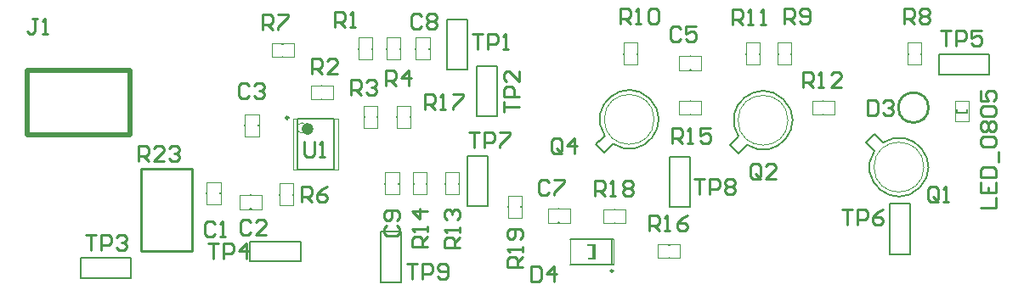
<source format=gto>
G04 Layer_Color=65535*
%FSLAX43Y43*%
%MOMM*%
G71*
G01*
G75*
%ADD23C,0.254*%
%ADD24C,0.100*%
%ADD25R,0.232X2.616*%
%ADD30C,0.200*%
%ADD31C,0.250*%
%ADD32C,0.600*%
%ADD33C,0.127*%
%ADD34C,0.500*%
%ADD35R,0.496X0.272*%
%ADD36R,0.520X0.248*%
%ADD37R,0.342X1.621*%
D23*
X91924Y18034D02*
G03*
X91924Y18034I-1500J0D01*
G01*
X13462Y11938D02*
X16002D01*
X13462Y3683D02*
Y11938D01*
Y3683D02*
X18542D01*
Y11938D01*
X16002D02*
X18542D01*
X46482Y25400D02*
X47498D01*
X46990D01*
Y23876D01*
X48006D02*
Y25400D01*
X48767D01*
X49021Y25146D01*
Y24638D01*
X48767Y24384D01*
X48006D01*
X49529Y23876D02*
X50037D01*
X49783D01*
Y25400D01*
X49529Y25146D01*
X92913Y8839D02*
Y9855D01*
X92659Y10109D01*
X92151D01*
X91897Y9855D01*
Y8839D01*
X92151Y8585D01*
X92659D01*
X92405Y9093D02*
X92913Y8585D01*
X92659D02*
X92913Y8839D01*
X93421Y8585D02*
X93929D01*
X93675D01*
Y10109D01*
X93421Y9855D01*
X85852Y18796D02*
Y17272D01*
X86614D01*
X86868Y17526D01*
Y18542D01*
X86614Y18796D01*
X85852D01*
X87376Y18542D02*
X87629Y18796D01*
X88137D01*
X88391Y18542D01*
Y18288D01*
X88137Y18034D01*
X87883D01*
X88137D01*
X88391Y17780D01*
Y17526D01*
X88137Y17272D01*
X87629D01*
X87376Y17526D01*
X66421Y14478D02*
Y16002D01*
X67183D01*
X67437Y15748D01*
Y15240D01*
X67183Y14986D01*
X66421D01*
X66929D02*
X67437Y14478D01*
X67945D02*
X68452D01*
X68198D01*
Y16002D01*
X67945Y15748D01*
X70230Y16002D02*
X69214D01*
Y15240D01*
X69722Y15494D01*
X69976D01*
X70230Y15240D01*
Y14732D01*
X69976Y14478D01*
X69468D01*
X69214Y14732D01*
X68555Y10947D02*
X69570D01*
X69062D01*
Y9423D01*
X70078D02*
Y10947D01*
X70840D01*
X71094Y10693D01*
Y10185D01*
X70840Y9931D01*
X70078D01*
X71602Y10693D02*
X71856Y10947D01*
X72363D01*
X72617Y10693D01*
Y10439D01*
X72363Y10185D01*
X72617Y9931D01*
Y9677D01*
X72363Y9423D01*
X71856D01*
X71602Y9677D01*
Y9931D01*
X71856Y10185D01*
X71602Y10439D01*
Y10693D01*
X71856Y10185D02*
X72363D01*
X55372Y13716D02*
Y14732D01*
X55118Y14986D01*
X54610D01*
X54356Y14732D01*
Y13716D01*
X54610Y13462D01*
X55118D01*
X54864Y13970D02*
X55372Y13462D01*
X55118D02*
X55372Y13716D01*
X56641Y13462D02*
Y14986D01*
X55880Y14224D01*
X56895D01*
X75184Y11176D02*
Y12192D01*
X74930Y12446D01*
X74422D01*
X74168Y12192D01*
Y11176D01*
X74422Y10922D01*
X74930D01*
X74676Y11430D02*
X75184Y10922D01*
X74930D02*
X75184Y11176D01*
X76707Y10922D02*
X75692D01*
X76707Y11938D01*
Y12192D01*
X76453Y12446D01*
X75945D01*
X75692Y12192D01*
X72390Y26312D02*
Y27836D01*
X73152D01*
X73406Y27582D01*
Y27074D01*
X73152Y26820D01*
X72390D01*
X72898D02*
X73406Y26312D01*
X73914D02*
X74421D01*
X74167D01*
Y27836D01*
X73914Y27582D01*
X75183Y26312D02*
X75691D01*
X75437D01*
Y27836D01*
X75183Y27582D01*
X77597Y26439D02*
Y27963D01*
X78359D01*
X78613Y27709D01*
Y27201D01*
X78359Y26947D01*
X77597D01*
X78105D02*
X78613Y26439D01*
X79121Y26693D02*
X79374Y26439D01*
X79882D01*
X80136Y26693D01*
Y27709D01*
X79882Y27963D01*
X79374D01*
X79121Y27709D01*
Y27455D01*
X79374Y27201D01*
X80136D01*
X97155Y8001D02*
X98679D01*
Y9017D01*
X97155Y10540D02*
Y9525D01*
X98679D01*
Y10540D01*
X97917Y9525D02*
Y10032D01*
X97155Y11048D02*
X98679D01*
Y11810D01*
X98425Y12064D01*
X97409D01*
X97155Y11810D01*
Y11048D01*
X98933Y12572D02*
Y13587D01*
X97409Y14095D02*
X97155Y14349D01*
Y14857D01*
X97409Y15111D01*
X98425D01*
X98679Y14857D01*
Y14349D01*
X98425Y14095D01*
X97409D01*
Y15619D02*
X97155Y15872D01*
Y16380D01*
X97409Y16634D01*
X97663D01*
X97917Y16380D01*
X98171Y16634D01*
X98425D01*
X98679Y16380D01*
Y15872D01*
X98425Y15619D01*
X98171D01*
X97917Y15872D01*
X97663Y15619D01*
X97409D01*
X97917Y15872D02*
Y16380D01*
X97409Y17142D02*
X97155Y17396D01*
Y17904D01*
X97409Y18158D01*
X98425D01*
X98679Y17904D01*
Y17396D01*
X98425Y17142D01*
X97409D01*
X97155Y19681D02*
Y18666D01*
X97917D01*
X97663Y19173D01*
Y19427D01*
X97917Y19681D01*
X98425D01*
X98679Y19427D01*
Y18919D01*
X98425Y18666D01*
X20828Y6445D02*
X20574Y6699D01*
X20066D01*
X19812Y6445D01*
Y5429D01*
X20066Y5175D01*
X20574D01*
X20828Y5429D01*
X21336Y5175D02*
X21843D01*
X21589D01*
Y6699D01*
X21336Y6445D01*
X24416Y6577D02*
X24162Y6831D01*
X23654D01*
X23400Y6577D01*
Y5561D01*
X23654Y5307D01*
X24162D01*
X24416Y5561D01*
X25939Y5307D02*
X24924D01*
X25939Y6323D01*
Y6577D01*
X25685Y6831D01*
X25177D01*
X24924Y6577D01*
X24257Y20253D02*
X24003Y20507D01*
X23495D01*
X23241Y20253D01*
Y19237D01*
X23495Y18983D01*
X24003D01*
X24257Y19237D01*
X24765Y20253D02*
X25018Y20507D01*
X25526D01*
X25780Y20253D01*
Y19999D01*
X25526Y19745D01*
X25272D01*
X25526D01*
X25780Y19491D01*
Y19237D01*
X25526Y18983D01*
X25018D01*
X24765Y19237D01*
X67217Y25854D02*
X66964Y26108D01*
X66456D01*
X66202Y25854D01*
Y24839D01*
X66456Y24585D01*
X66964D01*
X67217Y24839D01*
X68741Y26108D02*
X67725D01*
Y25347D01*
X68233Y25600D01*
X68487D01*
X68741Y25347D01*
Y24839D01*
X68487Y24585D01*
X67979D01*
X67725Y24839D01*
X54144Y10591D02*
X53891Y10845D01*
X53383D01*
X53129Y10591D01*
Y9576D01*
X53383Y9322D01*
X53891D01*
X54144Y9576D01*
X54652Y10845D02*
X55668D01*
Y10591D01*
X54652Y9576D01*
Y9322D01*
X41402Y27178D02*
X41148Y27432D01*
X40640D01*
X40386Y27178D01*
Y26162D01*
X40640Y25908D01*
X41148D01*
X41402Y26162D01*
X41910Y27178D02*
X42163Y27432D01*
X42671D01*
X42925Y27178D01*
Y26924D01*
X42671Y26670D01*
X42925Y26416D01*
Y26162D01*
X42671Y25908D01*
X42163D01*
X41910Y26162D01*
Y26416D01*
X42163Y26670D01*
X41910Y26924D01*
Y27178D01*
X42163Y26670D02*
X42671D01*
X37973Y6248D02*
X37719Y5994D01*
Y5486D01*
X37973Y5232D01*
X38988D01*
X39242Y5486D01*
Y5994D01*
X38988Y6248D01*
Y6756D02*
X39242Y7010D01*
Y7518D01*
X38988Y7772D01*
X37973D01*
X37719Y7518D01*
Y7010D01*
X37973Y6756D01*
X38227D01*
X38480Y7010D01*
Y7772D01*
X52349Y2159D02*
Y635D01*
X53111D01*
X53365Y889D01*
Y1905D01*
X53111Y2159D01*
X52349D01*
X54635Y635D02*
Y2159D01*
X53873Y1397D01*
X54889D01*
X32766Y26035D02*
Y27559D01*
X33528D01*
X33782Y27305D01*
Y26797D01*
X33528Y26543D01*
X32766D01*
X33274D02*
X33782Y26035D01*
X34290D02*
X34797D01*
X34543D01*
Y27559D01*
X34290Y27305D01*
X30505Y21412D02*
Y22936D01*
X31267D01*
X31521Y22682D01*
Y22174D01*
X31267Y21920D01*
X30505D01*
X31013D02*
X31521Y21412D01*
X33045D02*
X32029D01*
X33045Y22428D01*
Y22682D01*
X32791Y22936D01*
X32283D01*
X32029Y22682D01*
X34417Y19304D02*
Y20828D01*
X35179D01*
X35433Y20574D01*
Y20066D01*
X35179Y19812D01*
X34417D01*
X34925D02*
X35433Y19304D01*
X35941Y20574D02*
X36194Y20828D01*
X36702D01*
X36956Y20574D01*
Y20320D01*
X36702Y20066D01*
X36448D01*
X36702D01*
X36956Y19812D01*
Y19558D01*
X36702Y19304D01*
X36194D01*
X35941Y19558D01*
X37846Y20193D02*
Y21717D01*
X38608D01*
X38862Y21463D01*
Y20955D01*
X38608Y20701D01*
X37846D01*
X38354D02*
X38862Y20193D01*
X40131D02*
Y21717D01*
X39370Y20955D01*
X40385D01*
X29464Y8602D02*
Y10126D01*
X30226D01*
X30480Y9872D01*
Y9364D01*
X30226Y9110D01*
X29464D01*
X29972D02*
X30480Y8602D01*
X32003Y10126D02*
X31495Y9872D01*
X30988Y9364D01*
Y8856D01*
X31241Y8602D01*
X31749D01*
X32003Y8856D01*
Y9110D01*
X31749Y9364D01*
X30988D01*
X25611Y25781D02*
Y27305D01*
X26372D01*
X26626Y27051D01*
Y26543D01*
X26372Y26289D01*
X25611D01*
X26118D02*
X26626Y25781D01*
X27134Y27305D02*
X28150D01*
Y27051D01*
X27134Y26035D01*
Y25781D01*
X89535Y26391D02*
Y27914D01*
X90297D01*
X90551Y27660D01*
Y27152D01*
X90297Y26898D01*
X89535D01*
X90043D02*
X90551Y26391D01*
X91059Y27660D02*
X91312Y27914D01*
X91820D01*
X92074Y27660D01*
Y27406D01*
X91820Y27152D01*
X92074Y26898D01*
Y26645D01*
X91820Y26391D01*
X91312D01*
X91059Y26645D01*
Y26898D01*
X91312Y27152D01*
X91059Y27406D01*
Y27660D01*
X91312Y27152D02*
X91820D01*
X61214Y26391D02*
Y27914D01*
X61976D01*
X62230Y27660D01*
Y27152D01*
X61976Y26898D01*
X61214D01*
X61722D02*
X62230Y26391D01*
X62738D02*
X63245D01*
X62991D01*
Y27914D01*
X62738Y27660D01*
X64007D02*
X64261Y27914D01*
X64769D01*
X65023Y27660D01*
Y26645D01*
X64769Y26391D01*
X64261D01*
X64007Y26645D01*
Y27660D01*
X79460Y20041D02*
Y21564D01*
X80222D01*
X80475Y21310D01*
Y20802D01*
X80222Y20548D01*
X79460D01*
X79968D02*
X80475Y20041D01*
X80983D02*
X81491D01*
X81237D01*
Y21564D01*
X80983Y21310D01*
X83269Y20041D02*
X82253D01*
X83269Y21056D01*
Y21310D01*
X83015Y21564D01*
X82507D01*
X82253Y21310D01*
X45211Y4071D02*
X43688D01*
Y4833D01*
X43942Y5087D01*
X44449D01*
X44703Y4833D01*
Y4071D01*
Y4579D02*
X45211Y5087D01*
Y5595D02*
Y6103D01*
Y5849D01*
X43688D01*
X43942Y5595D01*
Y6864D02*
X43688Y7118D01*
Y7626D01*
X43942Y7880D01*
X44196D01*
X44449Y7626D01*
Y7372D01*
Y7626D01*
X44703Y7880D01*
X44957D01*
X45211Y7626D01*
Y7118D01*
X44957Y6864D01*
X42036Y4139D02*
X40513D01*
Y4901D01*
X40767Y5155D01*
X41274D01*
X41528Y4901D01*
Y4139D01*
Y4647D02*
X42036Y5155D01*
Y5663D02*
Y6171D01*
Y5917D01*
X40513D01*
X40767Y5663D01*
X42036Y7694D02*
X40513D01*
X41274Y6932D01*
Y7948D01*
X64105Y5728D02*
Y7251D01*
X64867D01*
X65121Y6997D01*
Y6489D01*
X64867Y6236D01*
X64105D01*
X64613D02*
X65121Y5728D01*
X65629D02*
X66137D01*
X65883D01*
Y7251D01*
X65629Y6997D01*
X67914Y7251D02*
X67406Y6997D01*
X66899Y6489D01*
Y5982D01*
X67153Y5728D01*
X67660D01*
X67914Y5982D01*
Y6236D01*
X67660Y6489D01*
X66899D01*
X41783Y17831D02*
Y19354D01*
X42545D01*
X42799Y19100D01*
Y18593D01*
X42545Y18339D01*
X41783D01*
X42291D02*
X42799Y17831D01*
X43307D02*
X43814D01*
X43560D01*
Y19354D01*
X43307Y19100D01*
X44576Y19354D02*
X45592D01*
Y19100D01*
X44576Y18085D01*
Y17831D01*
X58695Y9234D02*
Y10757D01*
X59457D01*
X59711Y10503D01*
Y9995D01*
X59457Y9742D01*
X58695D01*
X59203D02*
X59711Y9234D01*
X60219D02*
X60727D01*
X60473D01*
Y10757D01*
X60219Y10503D01*
X61489D02*
X61743Y10757D01*
X62250D01*
X62504Y10503D01*
Y10249D01*
X62250Y9995D01*
X62504Y9742D01*
Y9488D01*
X62250Y9234D01*
X61743D01*
X61489Y9488D01*
Y9742D01*
X61743Y9995D01*
X61489Y10249D01*
Y10503D01*
X61743Y9995D02*
X62250D01*
X51466Y2077D02*
X49942D01*
Y2839D01*
X50196Y3093D01*
X50704D01*
X50958Y2839D01*
Y2077D01*
Y2585D02*
X51466Y3093D01*
Y3601D02*
Y4108D01*
Y3854D01*
X49942D01*
X50196Y3601D01*
X51212Y4870D02*
X51466Y5124D01*
Y5632D01*
X51212Y5886D01*
X50196D01*
X49942Y5632D01*
Y5124D01*
X50196Y4870D01*
X50450D01*
X50704Y5124D01*
Y5886D01*
X13208Y12700D02*
Y14224D01*
X13970D01*
X14224Y13970D01*
Y13462D01*
X13970Y13208D01*
X13208D01*
X13716D02*
X14224Y12700D01*
X15747D02*
X14732D01*
X15747Y13716D01*
Y13970D01*
X15493Y14224D01*
X14985D01*
X14732Y13970D01*
X16255D02*
X16509Y14224D01*
X17017D01*
X17271Y13970D01*
Y13716D01*
X17017Y13462D01*
X16763D01*
X17017D01*
X17271Y13208D01*
Y12954D01*
X17017Y12700D01*
X16509D01*
X16255Y12954D01*
X49607Y17577D02*
Y18592D01*
Y18085D01*
X51130D01*
Y19100D02*
X49607D01*
Y19862D01*
X49861Y20116D01*
X50368D01*
X50622Y19862D01*
Y19100D01*
X51130Y21639D02*
Y20624D01*
X50115Y21639D01*
X49861D01*
X49607Y21386D01*
Y20878D01*
X49861Y20624D01*
X8001Y5334D02*
X9017D01*
X8509D01*
Y3810D01*
X9525D02*
Y5334D01*
X10286D01*
X10540Y5080D01*
Y4572D01*
X10286Y4318D01*
X9525D01*
X11048Y5080D02*
X11302Y5334D01*
X11810D01*
X12064Y5080D01*
Y4826D01*
X11810Y4572D01*
X11556D01*
X11810D01*
X12064Y4318D01*
Y4064D01*
X11810Y3810D01*
X11302D01*
X11048Y4064D01*
X20193Y4445D02*
X21209D01*
X20701D01*
Y2921D01*
X21717D02*
Y4445D01*
X22478D01*
X22732Y4191D01*
Y3683D01*
X22478Y3429D01*
X21717D01*
X24002Y2921D02*
Y4445D01*
X23240Y3683D01*
X24256D01*
X93142Y25704D02*
X94157D01*
X93650D01*
Y24181D01*
X94665D02*
Y25704D01*
X95427D01*
X95681Y25450D01*
Y24943D01*
X95427Y24689D01*
X94665D01*
X97204Y25704D02*
X96189D01*
Y24943D01*
X96697Y25196D01*
X96951D01*
X97204Y24943D01*
Y24435D01*
X96951Y24181D01*
X96443D01*
X96189Y24435D01*
X83337Y7899D02*
X84353D01*
X83845D01*
Y6375D01*
X84861D02*
Y7899D01*
X85623D01*
X85877Y7645D01*
Y7137D01*
X85623Y6883D01*
X84861D01*
X87400Y7899D02*
X86892Y7645D01*
X86384Y7137D01*
Y6629D01*
X86638Y6375D01*
X87146D01*
X87400Y6629D01*
Y6883D01*
X87146Y7137D01*
X86384D01*
X46176Y15577D02*
X47192D01*
X46684D01*
Y14054D01*
X47700D02*
Y15577D01*
X48462D01*
X48716Y15323D01*
Y14815D01*
X48462Y14561D01*
X47700D01*
X49223Y15577D02*
X50239D01*
Y15323D01*
X49223Y14308D01*
Y14054D01*
X40005Y2413D02*
X41021D01*
X40513D01*
Y889D01*
X41529D02*
Y2413D01*
X42290D01*
X42544Y2159D01*
Y1651D01*
X42290Y1397D01*
X41529D01*
X43052Y1143D02*
X43306Y889D01*
X43814D01*
X44068Y1143D01*
Y2159D01*
X43814Y2413D01*
X43306D01*
X43052Y2159D01*
Y1905D01*
X43306Y1651D01*
X44068D01*
X29718Y14605D02*
Y13335D01*
X29972Y13081D01*
X30480D01*
X30734Y13335D01*
Y14605D01*
X31242Y13081D02*
X31749D01*
X31495D01*
Y14605D01*
X31242Y14351D01*
X3124Y26878D02*
X2616D01*
X2870D01*
Y25609D01*
X2616Y25355D01*
X2362D01*
X2108Y25609D01*
X3632Y25355D02*
X4140D01*
X3886D01*
Y26878D01*
X3632Y26625D01*
D24*
X86541Y13702D02*
G03*
X87369Y14528I2435J-1611D01*
G01*
X91461Y12090D02*
G03*
X91461Y12090I-2485J0D01*
G01*
X60492Y14417D02*
G03*
X59665Y15245I1611J2435D01*
G01*
X64588Y16852D02*
G03*
X64588Y16852I-2485J0D01*
G01*
X73827Y14329D02*
G03*
X73000Y15157I1611J2435D01*
G01*
X77923Y16764D02*
G03*
X77923Y16764I-2485J0D01*
G01*
X30011Y16001D02*
G03*
X30011Y16001I-500J0D01*
G01*
X86513Y15384D02*
X87369Y14528D01*
X85686Y14557D02*
X86513Y15384D01*
X85686Y14557D02*
X86542Y13701D01*
X67083Y17359D02*
X69283D01*
X67083Y18709D02*
X69283D01*
Y17359D02*
Y18709D01*
X67083Y17359D02*
Y18709D01*
X58810Y14389D02*
X59665Y15245D01*
X58810Y14389D02*
X59637Y13562D01*
X60492Y14417D01*
X72145Y14301D02*
X73000Y15157D01*
X72145Y14301D02*
X72972Y13474D01*
X73827Y14329D01*
X73747Y22302D02*
Y24502D01*
X75097Y22302D02*
Y24502D01*
X73747Y22302D02*
X75097D01*
X73747Y24502D02*
X75097D01*
X76922Y22302D02*
Y24502D01*
X78272Y22302D02*
Y24502D01*
X76922Y22302D02*
X78272D01*
X76922Y24502D02*
X78272D01*
X94575Y16625D02*
X95925D01*
X94575Y18725D02*
X95925D01*
X94575Y16625D02*
Y18725D01*
X95925Y16625D02*
Y18725D01*
X56219Y4935D02*
X60519D01*
X56219Y2330D02*
Y4935D01*
X60519Y2330D02*
Y4935D01*
X56219Y2330D02*
X60519D01*
X30387Y18858D02*
X32587D01*
X30387Y20208D02*
X32587D01*
Y18858D02*
Y20208D01*
X30387Y18858D02*
Y20208D01*
X37933Y22810D02*
Y25010D01*
X39283Y22810D02*
Y25010D01*
X37933Y22810D02*
X39283D01*
X37933Y25010D02*
X39283D01*
X26475Y23074D02*
X28675D01*
X26475Y24424D02*
X28675D01*
Y23074D02*
Y24424D01*
X26475Y23074D02*
Y24424D01*
X59564Y6514D02*
X61764D01*
X59564Y7864D02*
X61764D01*
Y6514D02*
Y7864D01*
X59564Y6514D02*
Y7864D01*
X64974Y3008D02*
X67174D01*
X64974Y4358D02*
X67174D01*
Y3008D02*
Y4358D01*
X64974Y3008D02*
Y4358D01*
X54010Y6514D02*
X56210D01*
X54010Y7964D02*
X56210D01*
Y6514D02*
Y7964D01*
X54010Y6514D02*
Y7964D01*
X67083Y23227D02*
X69283D01*
X67083Y21777D02*
X69283D01*
X67083D02*
Y23227D01*
X69283Y21777D02*
Y23227D01*
X80332Y17334D02*
X82532D01*
X80332Y18684D02*
X82532D01*
Y17334D02*
Y18684D01*
X80332Y17334D02*
Y18684D01*
X61555Y22302D02*
Y24502D01*
X62905Y22302D02*
Y24502D01*
X61555Y22302D02*
X62905D01*
X61555Y24502D02*
X62905D01*
X89876Y22302D02*
Y24502D01*
X91226Y22302D02*
Y24502D01*
X89876Y22302D02*
X91226D01*
X89876Y24502D02*
X91226D01*
X25236Y15156D02*
Y17356D01*
X23786Y15156D02*
Y17356D01*
X25236D01*
X23786Y15156D02*
X25236D01*
X28611Y11801D02*
X33111D01*
X28611Y16901D02*
X33111D01*
Y11801D02*
Y16901D01*
X28611Y11801D02*
Y16901D01*
X21426Y8409D02*
Y10609D01*
X19976Y8409D02*
Y10609D01*
X21426D01*
X19976Y8409D02*
X21426D01*
X23300Y9334D02*
X25500D01*
X23300Y7884D02*
X25500D01*
X23300D02*
Y9334D01*
X25500Y7884D02*
Y9334D01*
X28615Y8264D02*
Y10464D01*
X27265Y8264D02*
Y10464D01*
X28615D01*
X27265Y8264D02*
X28615D01*
X40804Y22810D02*
Y25010D01*
X42254Y22810D02*
Y25010D01*
X40804Y22810D02*
X42254D01*
X40804Y25010D02*
X42254D01*
X37048Y16003D02*
Y18203D01*
X35698Y16003D02*
Y18203D01*
X37048D01*
X35698Y16003D02*
X37048D01*
X36489Y22810D02*
Y25010D01*
X35139Y22810D02*
Y25010D01*
X36489D01*
X35139Y22810D02*
X36489D01*
X40299Y16003D02*
Y18203D01*
X38949Y16003D02*
Y18203D01*
X40299D01*
X38949Y16003D02*
X40299D01*
X51379Y7039D02*
Y9239D01*
X50029Y7039D02*
Y9239D01*
X51379D01*
X50029Y7039D02*
X51379D01*
X37755Y9355D02*
Y11555D01*
X39205Y9355D02*
Y11555D01*
X37755Y9355D02*
X39205D01*
X37755Y11555D02*
X39205D01*
X41949Y9355D02*
Y11555D01*
X40599Y9355D02*
Y11555D01*
X41949D01*
X40599Y9355D02*
X41949D01*
X45124D02*
Y11555D01*
X43774Y9355D02*
Y11555D01*
X45124D01*
X43774Y9355D02*
X45124D01*
D25*
X60372Y3620D02*
D03*
D30*
X86541Y13702D02*
G03*
X87369Y14528I2435J-1611D01*
G01*
X60492Y14417D02*
G03*
X59665Y15245I1611J2435D01*
G01*
X73827Y14329D02*
G03*
X73000Y15157I1611J2435D01*
G01*
X86513Y15384D02*
X87369Y14528D01*
X85686Y14557D02*
X86513Y15384D01*
X85686Y14557D02*
X86542Y13701D01*
X68133Y17384D02*
X68233D01*
X68133Y18684D02*
X68233D01*
X58810Y14389D02*
X59665Y15245D01*
X58810Y14389D02*
X59637Y13562D01*
X60492Y14417D01*
X72145Y14301D02*
X73000Y15157D01*
X72145Y14301D02*
X72972Y13474D01*
X73827Y14329D01*
X73772Y23352D02*
Y23452D01*
X75072Y23352D02*
Y23452D01*
X76947Y23352D02*
Y23452D01*
X78247Y23352D02*
Y23452D01*
X94750Y17525D02*
Y17825D01*
X95750Y17525D02*
Y17825D01*
X94750Y17525D02*
X95750D01*
X56219Y2330D02*
X60519D01*
X56219Y4935D02*
X60519D01*
Y4882D02*
Y4935D01*
Y2330D02*
Y2382D01*
X56219Y4882D02*
Y4935D01*
Y2330D02*
Y2382D01*
X31437Y18883D02*
X31537D01*
X31437Y20183D02*
X31537D01*
X37958Y23860D02*
Y23960D01*
X39258Y23860D02*
Y23960D01*
X27525Y23099D02*
X27625D01*
X27525Y24399D02*
X27625D01*
X60614Y6539D02*
X60714D01*
X60614Y7839D02*
X60714D01*
X66024Y3033D02*
X66124D01*
X66024Y4333D02*
X66124D01*
X55060Y6564D02*
X55160D01*
X55060Y7914D02*
X55160D01*
X68133Y23177D02*
X68233D01*
X68133Y21827D02*
X68233D01*
X81382Y17359D02*
X81482D01*
X81382Y18659D02*
X81482D01*
X61580Y23352D02*
Y23452D01*
X62880Y23352D02*
Y23452D01*
X89901Y23352D02*
Y23452D01*
X91201Y23352D02*
Y23452D01*
X25186Y16206D02*
Y16306D01*
X23836Y16206D02*
Y16306D01*
X29061Y11801D02*
X32661D01*
X29061Y16901D02*
X32661D01*
Y11801D02*
Y16901D01*
X29061Y11801D02*
Y16901D01*
X21376Y9459D02*
Y9559D01*
X20026Y9459D02*
Y9559D01*
X24350Y9284D02*
X24450D01*
X24350Y7934D02*
X24450D01*
X28590Y9314D02*
Y9414D01*
X27290Y9314D02*
Y9414D01*
X40854Y23860D02*
Y23960D01*
X42204Y23860D02*
Y23960D01*
X37023Y17053D02*
Y17153D01*
X35723Y17053D02*
Y17153D01*
X36464Y23860D02*
Y23960D01*
X35164Y23860D02*
Y23960D01*
X40274Y17053D02*
Y17153D01*
X38974Y17053D02*
Y17153D01*
X51354Y8089D02*
Y8189D01*
X50054Y8089D02*
Y8189D01*
X37805Y10405D02*
Y10505D01*
X39155Y10405D02*
Y10505D01*
X41924Y10405D02*
Y10505D01*
X40624Y10405D02*
Y10505D01*
X45099Y10405D02*
Y10505D01*
X43799Y10405D02*
Y10505D01*
D31*
X60494Y1730D02*
G03*
X60494Y1730I-125J0D01*
G01*
X28161Y17026D02*
G03*
X28161Y17026I-125J0D01*
G01*
D32*
X30361Y15901D02*
G03*
X30361Y15901I-300J0D01*
G01*
D33*
X45958Y21810D02*
X45958Y26810D01*
X43958D02*
X45958D01*
X43958Y21810D02*
Y26810D01*
Y21810D02*
X45958D01*
X66158Y8140D02*
X66158Y13140D01*
X66158Y8140D02*
X68158D01*
Y13140D01*
X66158D02*
X68158D01*
X88078Y3416D02*
X88078Y8416D01*
X88078Y3416D02*
X90078D01*
Y8416D01*
X88078D02*
X90078D01*
X47989Y8228D02*
X47989Y13228D01*
X45989D02*
X47989D01*
X45989Y8228D02*
Y13228D01*
Y8228D02*
X47989D01*
X92955Y21352D02*
X97955Y21352D01*
Y23352D01*
X92955D02*
X97955D01*
X92955Y21352D02*
Y23352D01*
X7480Y3032D02*
X12480Y3032D01*
X7480Y1032D02*
Y3032D01*
Y1032D02*
X12480D01*
Y3032D01*
X24350Y2683D02*
X29350Y2683D01*
Y4683D01*
X24350D02*
X29350D01*
X24350Y2683D02*
Y4683D01*
X48955Y17162D02*
X48955Y22162D01*
X46955D02*
X48955D01*
X46955Y17162D02*
Y22162D01*
Y17162D02*
X48955D01*
X37354Y622D02*
X37354Y5622D01*
X37354Y622D02*
X39354D01*
Y5622D01*
X37354D02*
X39354D01*
D34*
X12351Y15282D02*
Y21782D01*
X2101Y15282D02*
X12351D01*
X2101D02*
Y21782D01*
X12351D01*
D35*
X58202Y4324D02*
D03*
D36*
X58241Y2958D02*
D03*
D37*
X58621Y3650D02*
D03*
M02*

</source>
